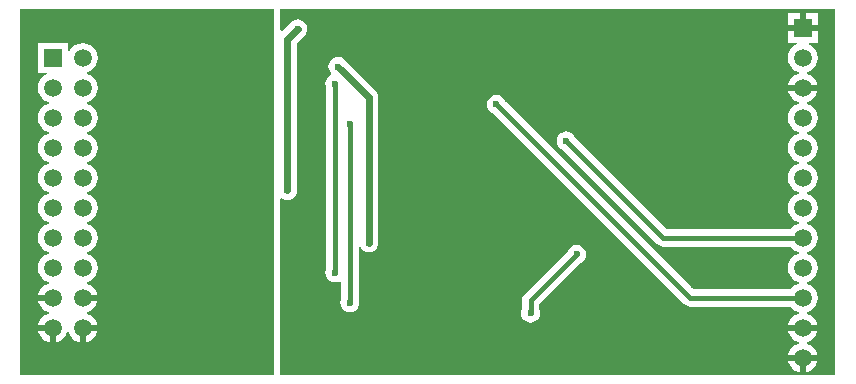
<source format=gbl>
G04*
G04 #@! TF.GenerationSoftware,Altium Limited,Altium Designer,25.2.1 (25)*
G04*
G04 Layer_Physical_Order=2*
G04 Layer_Color=16711680*
%FSLAX44Y44*%
%MOMM*%
G71*
G04*
G04 #@! TF.SameCoordinates,BB5B7109-8511-46E3-AB3A-B5F62D7AE0FB*
G04*
G04*
G04 #@! TF.FilePolarity,Positive*
G04*
G01*
G75*
%ADD25C,0.6000*%
%ADD26C,0.4500*%
%ADD27C,1.5000*%
%ADD28R,1.5000X1.5000*%
%ADD29C,0.6000*%
G36*
X220000Y306630D02*
Y164087D01*
Y15000D01*
X5000D01*
Y325000D01*
X220000D01*
Y306630D01*
D02*
G37*
G36*
X695000Y15000D02*
X225098D01*
Y164087D01*
X226368Y164713D01*
X227125Y164132D01*
X229072Y163326D01*
X231160Y163051D01*
X233248Y163326D01*
X235194Y164132D01*
X236866Y165414D01*
X238148Y167085D01*
X238954Y169032D01*
X239229Y171120D01*
Y296143D01*
X245391Y302304D01*
X246673Y303976D01*
X247479Y305922D01*
X247754Y308010D01*
X247479Y310098D01*
X246673Y312045D01*
X245391Y313716D01*
X243720Y314998D01*
X241773Y315804D01*
X239685Y316079D01*
X237597Y315804D01*
X235651Y314998D01*
X233979Y313716D01*
X226368Y306104D01*
X225098Y306630D01*
Y325000D01*
X695000D01*
Y15000D01*
D02*
G37*
%LPC*%
G36*
X57900Y295918D02*
X54637Y295488D01*
X51596Y294229D01*
X48985Y292225D01*
X46981Y289614D01*
X46270Y287897D01*
X45000Y288149D01*
Y295810D01*
X20000D01*
Y270810D01*
X27661D01*
X27913Y269540D01*
X26196Y268829D01*
X23585Y266825D01*
X21581Y264214D01*
X20322Y261173D01*
X19892Y257910D01*
X20322Y254647D01*
X21581Y251606D01*
X23585Y248995D01*
X26196Y246991D01*
X28923Y245862D01*
X28923Y245860D01*
Y244560D01*
X28923Y244558D01*
X26196Y243429D01*
X23585Y241425D01*
X21581Y238814D01*
X20322Y235773D01*
X19892Y232510D01*
X20322Y229247D01*
X21581Y226206D01*
X23585Y223595D01*
X26196Y221591D01*
X28923Y220462D01*
X28923Y220460D01*
Y219160D01*
X28923Y219158D01*
X26196Y218029D01*
X23585Y216025D01*
X21581Y213414D01*
X20322Y210373D01*
X19892Y207110D01*
X20322Y203847D01*
X21581Y200806D01*
X23585Y198195D01*
X26196Y196191D01*
X28923Y195062D01*
X28923Y195060D01*
Y193760D01*
X28923Y193758D01*
X26196Y192629D01*
X23585Y190625D01*
X21581Y188014D01*
X20322Y184973D01*
X19892Y181710D01*
X20322Y178447D01*
X21581Y175406D01*
X23585Y172795D01*
X26196Y170791D01*
X28923Y169662D01*
X28923Y169660D01*
Y168360D01*
X28923Y168358D01*
X26196Y167229D01*
X23585Y165225D01*
X21581Y162614D01*
X20322Y159573D01*
X19892Y156310D01*
X20322Y153047D01*
X21581Y150006D01*
X23585Y147395D01*
X26196Y145391D01*
X28923Y144262D01*
X28923Y144260D01*
Y142960D01*
X28923Y142958D01*
X26196Y141829D01*
X23585Y139825D01*
X21581Y137214D01*
X20322Y134173D01*
X19892Y130910D01*
X20322Y127647D01*
X21581Y124606D01*
X23585Y121995D01*
X26196Y119991D01*
X28923Y118862D01*
X28923Y118860D01*
Y117560D01*
X28923Y117558D01*
X26196Y116429D01*
X23585Y114425D01*
X21581Y111814D01*
X20322Y108773D01*
X19892Y105510D01*
X20322Y102247D01*
X21581Y99206D01*
X23585Y96595D01*
X26196Y94591D01*
X28923Y93462D01*
X28923Y93460D01*
Y92160D01*
X28923Y92158D01*
X26196Y91029D01*
X23585Y89025D01*
X21581Y86414D01*
X20322Y83373D01*
X20227Y82650D01*
X32500D01*
Y77570D01*
X20227D01*
X20322Y76847D01*
X21581Y73806D01*
X23585Y71195D01*
X26196Y69191D01*
X28923Y68062D01*
X28923Y68060D01*
Y66760D01*
X28923Y66758D01*
X26196Y65629D01*
X23585Y63625D01*
X21581Y61014D01*
X20322Y57973D01*
X20227Y57250D01*
X32500D01*
Y54710D01*
X35040D01*
Y42437D01*
X35763Y42532D01*
X38804Y43791D01*
X41415Y45795D01*
X43419Y48406D01*
X44548Y51133D01*
X44550Y51133D01*
X45850D01*
X45852Y51133D01*
X46981Y48406D01*
X48985Y45795D01*
X51596Y43791D01*
X54637Y42532D01*
X55360Y42437D01*
Y54710D01*
X57900D01*
Y57250D01*
X70174D01*
X70078Y57973D01*
X68819Y61014D01*
X66815Y63625D01*
X64204Y65629D01*
X61477Y66758D01*
X61477Y66760D01*
Y68060D01*
X61477Y68062D01*
X64204Y69191D01*
X66815Y71195D01*
X68819Y73806D01*
X70078Y76847D01*
X70174Y77570D01*
X57900D01*
Y82650D01*
X70174D01*
X70078Y83373D01*
X68819Y86414D01*
X66815Y89025D01*
X64204Y91029D01*
X61477Y92158D01*
X61477Y92160D01*
Y93460D01*
X61477Y93462D01*
X64204Y94591D01*
X66815Y96595D01*
X68819Y99206D01*
X70078Y102247D01*
X70508Y105510D01*
X70078Y108773D01*
X68819Y111814D01*
X66815Y114425D01*
X64204Y116429D01*
X61477Y117558D01*
X61477Y117560D01*
Y118860D01*
X61477Y118862D01*
X64204Y119991D01*
X66815Y121995D01*
X68819Y124606D01*
X70078Y127647D01*
X70508Y130910D01*
X70078Y134173D01*
X68819Y137214D01*
X66815Y139825D01*
X64204Y141829D01*
X61477Y142958D01*
X61477Y142960D01*
Y144260D01*
X61477Y144262D01*
X64204Y145391D01*
X66815Y147395D01*
X68819Y150006D01*
X70078Y153047D01*
X70508Y156310D01*
X70078Y159573D01*
X68819Y162614D01*
X66815Y165225D01*
X64204Y167229D01*
X61477Y168358D01*
X61477Y168360D01*
Y169660D01*
X61477Y169662D01*
X64204Y170791D01*
X66815Y172795D01*
X68819Y175406D01*
X70078Y178447D01*
X70508Y181710D01*
X70078Y184973D01*
X68819Y188014D01*
X66815Y190625D01*
X64204Y192629D01*
X61477Y193758D01*
X61477Y193760D01*
Y195060D01*
X61477Y195062D01*
X64204Y196191D01*
X66815Y198195D01*
X68819Y200806D01*
X70078Y203847D01*
X70508Y207110D01*
X70078Y210373D01*
X68819Y213414D01*
X66815Y216025D01*
X64204Y218029D01*
X61477Y219158D01*
X61477Y219160D01*
Y220460D01*
X61477Y220462D01*
X64204Y221591D01*
X66815Y223595D01*
X68819Y226206D01*
X70078Y229247D01*
X70508Y232510D01*
X70078Y235773D01*
X68819Y238814D01*
X66815Y241425D01*
X64204Y243429D01*
X61477Y244558D01*
X61477Y244560D01*
Y245860D01*
X61477Y245862D01*
X64204Y246991D01*
X66815Y248995D01*
X68819Y251606D01*
X70078Y254647D01*
X70508Y257910D01*
X70078Y261173D01*
X68819Y264214D01*
X66815Y266825D01*
X64204Y268829D01*
X61477Y269958D01*
X61477Y269960D01*
Y271260D01*
X61477Y271262D01*
X64204Y272391D01*
X66815Y274395D01*
X68819Y277006D01*
X70078Y280047D01*
X70508Y283310D01*
X70078Y286573D01*
X68819Y289614D01*
X66815Y292225D01*
X64204Y294229D01*
X61163Y295488D01*
X57900Y295918D01*
D02*
G37*
G36*
X70174Y52170D02*
X60440D01*
Y42437D01*
X61163Y42532D01*
X64204Y43791D01*
X66815Y45795D01*
X68819Y48406D01*
X70078Y51447D01*
X70174Y52170D01*
D02*
G37*
G36*
X29960D02*
X20227D01*
X20322Y51447D01*
X21581Y48406D01*
X23585Y45795D01*
X26196Y43791D01*
X29237Y42532D01*
X29960Y42437D01*
Y52170D01*
D02*
G37*
G36*
X680000Y321210D02*
X670040D01*
Y311250D01*
X680000D01*
Y321210D01*
D02*
G37*
G36*
X664960D02*
X655000D01*
Y311250D01*
X664960D01*
Y321210D01*
D02*
G37*
G36*
X680000Y306170D02*
X667500D01*
X655000D01*
Y296210D01*
X662661D01*
X662913Y294940D01*
X661196Y294229D01*
X658585Y292225D01*
X656581Y289614D01*
X655322Y286573D01*
X654892Y283310D01*
X655322Y280047D01*
X656581Y277006D01*
X658585Y274395D01*
X661196Y272391D01*
X663923Y271262D01*
X663923Y271260D01*
Y269960D01*
X663923Y269958D01*
X661196Y268829D01*
X658585Y266825D01*
X656581Y264214D01*
X655322Y261173D01*
X655227Y260450D01*
X667500D01*
X679773D01*
X679678Y261173D01*
X678419Y264214D01*
X676415Y266825D01*
X673804Y268829D01*
X671077Y269958D01*
X671077Y269960D01*
Y271260D01*
X671077Y271262D01*
X673804Y272391D01*
X676415Y274395D01*
X678419Y277006D01*
X679678Y280047D01*
X680108Y283310D01*
X679678Y286573D01*
X678419Y289614D01*
X676415Y292225D01*
X673804Y294229D01*
X672087Y294940D01*
X672339Y296210D01*
X680000D01*
Y306170D01*
D02*
G37*
G36*
X679773Y255370D02*
X667500D01*
X655227D01*
X655322Y254647D01*
X656581Y251606D01*
X658585Y248995D01*
X661196Y246991D01*
X663923Y245862D01*
X663923Y245860D01*
Y244560D01*
X663923Y244558D01*
X661196Y243429D01*
X658585Y241425D01*
X656581Y238814D01*
X655322Y235773D01*
X654892Y232510D01*
X655322Y229247D01*
X656581Y226206D01*
X658585Y223595D01*
X661196Y221591D01*
X663923Y220462D01*
X663923Y220460D01*
Y219160D01*
X663923Y219158D01*
X661196Y218029D01*
X658585Y216025D01*
X656581Y213414D01*
X655322Y210373D01*
X654892Y207110D01*
X655322Y203847D01*
X656581Y200806D01*
X658585Y198195D01*
X661196Y196191D01*
X663923Y195062D01*
X663923Y195060D01*
Y193760D01*
X663923Y193758D01*
X661196Y192629D01*
X658585Y190625D01*
X656581Y188014D01*
X655322Y184973D01*
X654892Y181710D01*
X655322Y178447D01*
X656581Y175406D01*
X658585Y172795D01*
X661196Y170791D01*
X663923Y169662D01*
X663923Y169660D01*
Y168360D01*
X663923Y168358D01*
X661196Y167229D01*
X658585Y165225D01*
X656581Y162614D01*
X655322Y159573D01*
X654892Y156310D01*
X655322Y153047D01*
X656581Y150006D01*
X658585Y147395D01*
X661196Y145391D01*
X663923Y144262D01*
X663923Y144260D01*
Y142960D01*
X663923Y142958D01*
X661196Y141829D01*
X658585Y139825D01*
X657355Y138223D01*
X552279D01*
X474469Y216032D01*
X473988Y217194D01*
X472706Y218866D01*
X471035Y220148D01*
X469088Y220954D01*
X467000Y221229D01*
X464912Y220954D01*
X462966Y220148D01*
X461294Y218866D01*
X460012Y217194D01*
X459206Y215248D01*
X458931Y213160D01*
X459206Y211072D01*
X460012Y209125D01*
X461294Y207454D01*
X462966Y206172D01*
X464128Y205690D01*
X544079Y125739D01*
X544079Y125739D01*
X545594Y124577D01*
X547357Y123847D01*
X549250Y123597D01*
X549250Y123597D01*
X657355D01*
X658585Y121995D01*
X661196Y119991D01*
X663923Y118862D01*
X663923Y118860D01*
Y117560D01*
X663923Y117558D01*
X661196Y116429D01*
X658585Y114425D01*
X656581Y111814D01*
X655322Y108773D01*
X654892Y105510D01*
X655322Y102247D01*
X656581Y99206D01*
X658585Y96595D01*
X661196Y94591D01*
X663923Y93462D01*
X663923Y93460D01*
Y92160D01*
X663923Y92158D01*
X661196Y91029D01*
X658585Y89025D01*
X657355Y87423D01*
X574919D01*
X415470Y246872D01*
X414988Y248034D01*
X413706Y249706D01*
X412034Y250988D01*
X410088Y251794D01*
X408000Y252069D01*
X405912Y251794D01*
X403965Y250988D01*
X402294Y249706D01*
X401012Y248034D01*
X400206Y246088D01*
X399931Y244000D01*
X400206Y241912D01*
X401012Y239965D01*
X402294Y238294D01*
X403965Y237012D01*
X405128Y236530D01*
X566719Y74939D01*
X566719Y74939D01*
X568234Y73777D01*
X569997Y73047D01*
X571890Y72797D01*
X571890Y72797D01*
X657355D01*
X658585Y71195D01*
X661196Y69191D01*
X663923Y68062D01*
X663923Y68060D01*
Y66760D01*
X663923Y66758D01*
X661196Y65629D01*
X658585Y63625D01*
X656581Y61014D01*
X655322Y57973D01*
X655227Y57250D01*
X667500D01*
X679773D01*
X679678Y57973D01*
X678419Y61014D01*
X676415Y63625D01*
X673804Y65629D01*
X671077Y66758D01*
X671077Y66760D01*
Y68060D01*
X671077Y68062D01*
X673804Y69191D01*
X676415Y71195D01*
X678419Y73806D01*
X679678Y76847D01*
X680108Y80110D01*
X679678Y83373D01*
X678419Y86414D01*
X676415Y89025D01*
X673804Y91029D01*
X671077Y92158D01*
X671077Y92160D01*
Y93460D01*
X671077Y93462D01*
X673804Y94591D01*
X676415Y96595D01*
X678419Y99206D01*
X679678Y102247D01*
X680108Y105510D01*
X679678Y108773D01*
X678419Y111814D01*
X676415Y114425D01*
X673804Y116429D01*
X671077Y117558D01*
X671077Y117560D01*
Y118860D01*
X671077Y118862D01*
X673804Y119991D01*
X676415Y121995D01*
X678419Y124606D01*
X679678Y127647D01*
X680108Y130910D01*
X679678Y134173D01*
X678419Y137214D01*
X676415Y139825D01*
X673804Y141829D01*
X671077Y142958D01*
X671077Y142960D01*
Y144260D01*
X671077Y144262D01*
X673804Y145391D01*
X676415Y147395D01*
X678419Y150006D01*
X679678Y153047D01*
X680108Y156310D01*
X679678Y159573D01*
X678419Y162614D01*
X676415Y165225D01*
X673804Y167229D01*
X671077Y168358D01*
X671077Y168360D01*
Y169660D01*
X671077Y169662D01*
X673804Y170791D01*
X676415Y172795D01*
X678419Y175406D01*
X679678Y178447D01*
X680108Y181710D01*
X679678Y184973D01*
X678419Y188014D01*
X676415Y190625D01*
X673804Y192629D01*
X671077Y193758D01*
X671077Y193760D01*
Y195060D01*
X671077Y195062D01*
X673804Y196191D01*
X676415Y198195D01*
X678419Y200806D01*
X679678Y203847D01*
X680108Y207110D01*
X679678Y210373D01*
X678419Y213414D01*
X676415Y216025D01*
X673804Y218029D01*
X671077Y219158D01*
X671077Y219160D01*
Y220460D01*
X671077Y220462D01*
X673804Y221591D01*
X676415Y223595D01*
X678419Y226206D01*
X679678Y229247D01*
X680108Y232510D01*
X679678Y235773D01*
X678419Y238814D01*
X676415Y241425D01*
X673804Y243429D01*
X671077Y244558D01*
X671077Y244560D01*
Y245860D01*
X671077Y245862D01*
X673804Y246991D01*
X676415Y248995D01*
X678419Y251606D01*
X679678Y254647D01*
X679773Y255370D01*
D02*
G37*
G36*
X274000Y284069D02*
X271912Y283794D01*
X269965Y282988D01*
X268294Y281706D01*
X268242Y281638D01*
X268174Y281586D01*
X266892Y279915D01*
X266086Y277969D01*
X265811Y275880D01*
X266086Y273792D01*
X266892Y271845D01*
X268128Y270235D01*
X268171Y270154D01*
X267915Y268772D01*
X267325Y268528D01*
X265654Y267246D01*
X264372Y265575D01*
X263566Y263629D01*
X263291Y261540D01*
X263566Y259452D01*
X264048Y258289D01*
Y104611D01*
X263566Y103448D01*
X263291Y101360D01*
X263566Y99272D01*
X264372Y97325D01*
X265654Y95654D01*
X267325Y94372D01*
X269272Y93566D01*
X271360Y93291D01*
X273448Y93566D01*
X275394Y94372D01*
X275548Y94490D01*
X276688Y93928D01*
Y79251D01*
X276206Y78088D01*
X275931Y76000D01*
X276206Y73912D01*
X277012Y71965D01*
X278294Y70294D01*
X279965Y69012D01*
X281912Y68206D01*
X284000Y67931D01*
X286088Y68206D01*
X288034Y69012D01*
X289706Y70294D01*
X290988Y71965D01*
X291794Y73912D01*
X292069Y76000D01*
X291794Y78088D01*
X291313Y79251D01*
Y123502D01*
X292582Y123755D01*
X293009Y122725D01*
X294291Y121054D01*
X295962Y119772D01*
X297908Y118966D01*
X299997Y118691D01*
X302085Y118966D01*
X304031Y119772D01*
X305703Y121054D01*
X306985Y122725D01*
X307791Y124672D01*
X308066Y126760D01*
Y250003D01*
X307791Y252092D01*
X306985Y254038D01*
X305703Y255709D01*
X279706Y281706D01*
X278034Y282988D01*
X276088Y283794D01*
X274000Y284069D01*
D02*
G37*
G36*
X476000Y125069D02*
X473912Y124794D01*
X471965Y123988D01*
X470294Y122706D01*
X469012Y121034D01*
X468531Y119872D01*
X431829Y83171D01*
X430667Y81656D01*
X429937Y79893D01*
X429687Y78000D01*
X429688Y78000D01*
Y70411D01*
X429206Y69248D01*
X428931Y67160D01*
X429206Y65072D01*
X430012Y63126D01*
X431294Y61454D01*
X432966Y60172D01*
X434912Y59366D01*
X437000Y59091D01*
X439088Y59366D01*
X441035Y60172D01*
X442706Y61454D01*
X443988Y63126D01*
X444794Y65072D01*
X445069Y67160D01*
X444794Y69248D01*
X444313Y70411D01*
Y74971D01*
X478872Y109530D01*
X480034Y110012D01*
X481706Y111294D01*
X482988Y112965D01*
X483794Y114912D01*
X484069Y117000D01*
X483794Y119088D01*
X482988Y121034D01*
X481706Y122706D01*
X480034Y123988D01*
X478088Y124794D01*
X476000Y125069D01*
D02*
G37*
G36*
X679773Y52170D02*
X667500D01*
X655227D01*
X655322Y51447D01*
X656581Y48406D01*
X658585Y45795D01*
X661196Y43791D01*
X663923Y42662D01*
X663923Y42660D01*
Y41360D01*
X663923Y41358D01*
X661196Y40229D01*
X658585Y38225D01*
X656581Y35614D01*
X655322Y32573D01*
X655227Y31850D01*
X667500D01*
X679773D01*
X679678Y32573D01*
X678419Y35614D01*
X676415Y38225D01*
X673804Y40229D01*
X671077Y41358D01*
X671077Y41360D01*
Y42660D01*
X671077Y42662D01*
X673804Y43791D01*
X676415Y45795D01*
X678419Y48406D01*
X679678Y51447D01*
X679773Y52170D01*
D02*
G37*
G36*
Y26770D02*
X670040D01*
Y17037D01*
X670763Y17132D01*
X673804Y18391D01*
X676415Y20395D01*
X678419Y23006D01*
X679678Y26047D01*
X679773Y26770D01*
D02*
G37*
G36*
X664960D02*
X655227D01*
X655322Y26047D01*
X656581Y23006D01*
X658585Y20395D01*
X661196Y18391D01*
X664237Y17132D01*
X664960Y17037D01*
Y26770D01*
D02*
G37*
%LPD*%
D25*
X231160Y299485D02*
X239685Y308010D01*
X231160Y171120D02*
Y299485D01*
X274000Y276000D02*
X299997Y250003D01*
Y126760D02*
Y250003D01*
D26*
X437000Y78000D02*
X476000Y117000D01*
X437000Y67160D02*
Y78000D01*
X408000Y244000D02*
X571890Y80110D01*
X667500D01*
X467000Y213160D02*
X549250Y130910D01*
X667500D01*
X284000Y76000D02*
Y227630D01*
X271360Y101360D02*
Y261540D01*
D27*
X57900Y54710D02*
D03*
X32500D02*
D03*
X57900Y80110D02*
D03*
X32500D02*
D03*
X57900Y105510D02*
D03*
X32500D02*
D03*
X57900Y130910D02*
D03*
X32500D02*
D03*
X57900Y156310D02*
D03*
X32500D02*
D03*
X57900Y181710D02*
D03*
X32500D02*
D03*
X57900Y207110D02*
D03*
X32500D02*
D03*
X57900Y232510D02*
D03*
X32500D02*
D03*
X57900Y257910D02*
D03*
X32500D02*
D03*
X57900Y283310D02*
D03*
X667500Y105510D02*
D03*
Y207110D02*
D03*
Y181710D02*
D03*
Y283310D02*
D03*
Y257910D02*
D03*
Y232510D02*
D03*
Y156310D02*
D03*
Y130910D02*
D03*
Y80110D02*
D03*
Y54710D02*
D03*
Y29310D02*
D03*
D28*
X32500Y283310D02*
D03*
X667500Y308710D02*
D03*
D29*
X629000Y168000D02*
D03*
Y219000D02*
D03*
X91000Y76000D02*
D03*
X118000Y49000D02*
D03*
X91000D02*
D03*
X172000Y22000D02*
D03*
X145000D02*
D03*
X118000D02*
D03*
X91000D02*
D03*
X64000D02*
D03*
X10000D02*
D03*
X37000D02*
D03*
X172000Y318000D02*
D03*
X145000D02*
D03*
X118000D02*
D03*
X91000D02*
D03*
X64000D02*
D03*
X10000D02*
D03*
X37000D02*
D03*
X575000Y91000D02*
D03*
X629000D02*
D03*
X602000D02*
D03*
X629000Y116000D02*
D03*
X602000D02*
D03*
X575000D02*
D03*
X629000Y143000D02*
D03*
X602000D02*
D03*
X575000D02*
D03*
X494000Y112000D02*
D03*
X521000D02*
D03*
X440000D02*
D03*
X413000D02*
D03*
X305000D02*
D03*
X386000D02*
D03*
X359000D02*
D03*
X332000D02*
D03*
X278000Y24000D02*
D03*
X305000D02*
D03*
X332000D02*
D03*
X359000D02*
D03*
X386000D02*
D03*
X413000D02*
D03*
X440000D02*
D03*
X467000D02*
D03*
X494000D02*
D03*
X521000D02*
D03*
X548000D02*
D03*
X575000D02*
D03*
X629000D02*
D03*
X602000D02*
D03*
X359000Y318000D02*
D03*
X386000D02*
D03*
X413000D02*
D03*
X440000D02*
D03*
X467000D02*
D03*
X494000D02*
D03*
X521000D02*
D03*
X548000D02*
D03*
X575000D02*
D03*
X602000D02*
D03*
X629000D02*
D03*
Y272000D02*
D03*
X602000D02*
D03*
X575000D02*
D03*
X548000D02*
D03*
X521000D02*
D03*
X494000D02*
D03*
X467000D02*
D03*
X413000D02*
D03*
X440000D02*
D03*
Y139000D02*
D03*
X413000D02*
D03*
X386000D02*
D03*
X359000D02*
D03*
X332000D02*
D03*
Y166000D02*
D03*
X359000D02*
D03*
X386000D02*
D03*
X413000D02*
D03*
X440000D02*
D03*
X398000Y272000D02*
D03*
X393000Y242000D02*
D03*
X380000Y253000D02*
D03*
X332000Y242000D02*
D03*
Y253000D02*
D03*
Y320000D02*
D03*
X296000Y319000D02*
D03*
Y310000D02*
D03*
X258000Y168000D02*
D03*
Y153000D02*
D03*
X249000D02*
D03*
Y168000D02*
D03*
X440000Y193000D02*
D03*
X413000D02*
D03*
X386000D02*
D03*
X359000D02*
D03*
X332000D02*
D03*
X249000Y191000D02*
D03*
X333000Y46000D02*
D03*
Y37000D02*
D03*
X295000D02*
D03*
Y46000D02*
D03*
X246000Y21000D02*
D03*
Y29000D02*
D03*
Y37000D02*
D03*
X213000Y289710D02*
D03*
Y262000D02*
D03*
Y200000D02*
D03*
Y50000D02*
D03*
Y114000D02*
D03*
Y137060D02*
D03*
X196000Y37000D02*
D03*
Y29000D02*
D03*
Y21000D02*
D03*
X195000Y301000D02*
D03*
Y311000D02*
D03*
Y321000D02*
D03*
X165000Y160000D02*
D03*
Y180000D02*
D03*
X195000Y160000D02*
D03*
Y180000D02*
D03*
X115000Y195000D02*
D03*
X239685Y308010D02*
D03*
X231160Y171120D02*
D03*
X437000Y67160D02*
D03*
X476000Y117000D02*
D03*
X467000Y213160D02*
D03*
X408000Y244000D02*
D03*
X273880Y275880D02*
D03*
X299997Y126760D02*
D03*
X271360Y261540D02*
D03*
X284000Y227630D02*
D03*
X271360Y101360D02*
D03*
X284000Y76000D02*
D03*
M02*

</source>
